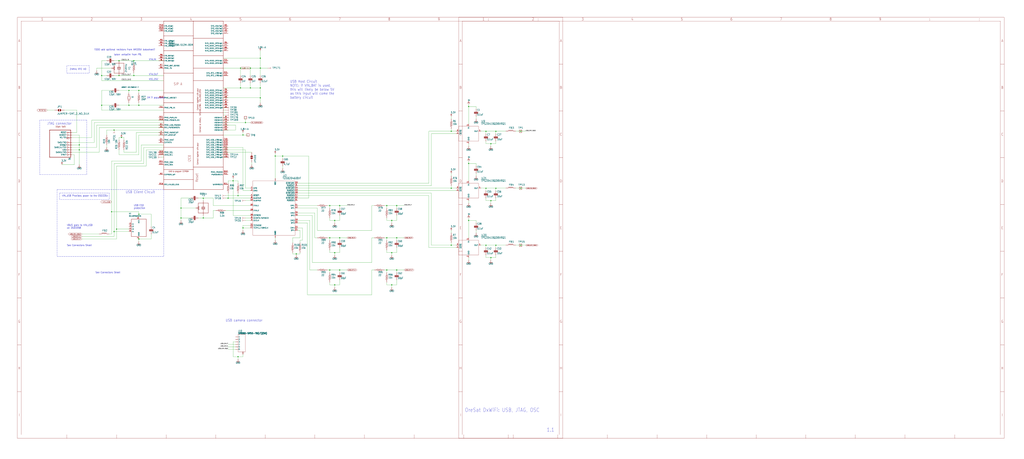
<source format=kicad_sch>
(kicad_sch (version 20210621) (generator eeschema)
  (paper "User" 1049.02 470.51)
  (junction (at 266.7 59.69))
  (junction (at 142.24 219.71))
  (junction (at 132.08 107.95))
  (junction (at 462.28 193.04))
  (junction (at 401.32 259.08))
  (junction (at 248.92 138.43))
  (junction (at 480.06 109.22))
  (junction (at 124.46 140.97))
  (junction (at 116.84 237.49))
  (junction (at 121.92 77.47))
  (junction (at 185.42 223.52))
  (junction (at 480.06 167.64))
  (junction (at 116.84 133.35))
  (junction (at 243.84 200.66))
  (junction (at 81.28 153.67))
  (junction (at 243.84 365.76))
  (junction (at 208.28 223.52))
  (junction (at 137.16 62.23))
  (junction (at 132.08 92.71))
  (junction (at 533.4 134.62))
  (junction (at 248.92 233.68))
  (junction (at 266.7 69.85))
  (junction (at 401.32 292.1))
  (junction (at 508 251.46))
  (junction (at 142.24 245.11))
  (junction (at 497.84 193.04))
  (junction (at 497.84 134.62))
  (junction (at 251.46 125.73))
  (junction (at 281.94 160.02))
  (junction (at 233.68 203.2))
  (junction (at 406.4 243.84))
  (junction (at 289.56 160.02))
  (junction (at 462.28 251.46))
  (junction (at 396.24 210.82))
  (junction (at 142.24 107.95))
  (junction (at 337.82 210.82))
  (junction (at 508 193.04))
  (junction (at 81.28 148.59))
  (junction (at 347.98 210.82))
  (junction (at 497.84 251.46))
  (junction (at 406.4 276.86))
  (junction (at 396.24 243.84))
  (junction (at 238.76 185.42))
  (junction (at 246.38 69.85))
  (junction (at 337.82 243.84))
  (junction (at 246.38 90.17))
  (junction (at 480.06 226.06))
  (junction (at 121.92 62.23))
  (junction (at 342.9 292.1))
  (junction (at 462.28 134.62))
  (junction (at 114.3 217.17))
  (junction (at 401.32 226.06))
  (junction (at 185.42 213.36))
  (junction (at 256.54 90.17))
  (junction (at 266.7 90.17))
  (junction (at 119.38 234.95))
  (junction (at 502.92 205.74))
  (junction (at 266.7 100.33))
  (junction (at 508 134.62))
  (junction (at 104.14 107.95))
  (junction (at 347.98 276.86))
  (junction (at 347.98 243.84))
  (junction (at 406.4 210.82))
  (junction (at 502.92 147.32))
  (junction (at 342.9 259.08))
  (junction (at 208.28 203.2))
  (junction (at 256.54 69.85))
  (junction (at 137.16 77.47))
  (junction (at 142.24 92.71))
  (junction (at 533.4 193.04))
  (junction (at 104.14 77.47))
  (junction (at 396.24 276.86))
  (junction (at 342.9 226.06))
  (junction (at 533.4 251.46))
  (junction (at 303.53 260.35))
  (junction (at 337.82 276.86))
  (junction (at 502.92 264.16))
  (wire (pts (xy 497.84 205.74) (xy 497.84 203.2)))
  (wire (pts (xy 73.66 148.59) (xy 81.28 148.59)))
  (wire (pts (xy 497.84 195.58) (xy 497.84 193.04)))
  (wire (pts (xy 93.98 140.97) (xy 93.98 123.19)))
  (polyline (pts (xy 111.76 197.866) (xy 111.76 204.47)))
  (wire (pts (xy 228.6 115.57) (xy 231.14 115.57)))
  (wire (pts (xy 325.12 236.22) (xy 381 236.22)))
  (wire (pts (xy 114.3 217.17) (xy 114.3 165.1)))
  (wire (pts (xy 231.14 113.03) (xy 228.6 113.03)))
  (wire (pts (xy 441.96 137.16) (xy 441.96 190.5)))
  (wire (pts (xy 132.08 237.49) (xy 116.84 237.49)))
  (wire (pts (xy 396.24 292.1) (xy 401.32 292.1)))
  (wire (pts (xy 266.7 69.85) (xy 266.7 59.69)))
  (wire (pts (xy 101.6 130.81) (xy 167.64 130.81)))
  (wire (pts (xy 96.52 125.73) (xy 167.64 125.73)))
  (wire (pts (xy 480.06 243.84) (xy 480.06 226.06)))
  (wire (pts (xy 502.92 266.7) (xy 502.92 264.16)))
  (wire (pts (xy 101.6 240.03) (xy 83.82 240.03)))
  (wire (pts (xy 337.82 213.36) (xy 337.82 210.82)))
  (wire (pts (xy 256.54 69.85) (xy 246.38 69.85)))
  (wire (pts (xy 347.98 279.4) (xy 347.98 276.86)))
  (wire (pts (xy 406.4 276.86) (xy 396.24 276.86)))
  (wire (pts (xy 109.22 77.47) (xy 104.14 77.47)))
  (wire (pts (xy 337.82 210.82) (xy 335.28 210.82)))
  (wire (pts (xy 116.84 77.47) (xy 121.92 77.47)))
  (wire (pts (xy 307.34 236.22) (xy 307.34 243.84)))
  (wire (pts (xy 289.56 170.18) (xy 289.56 172.72)))
  (wire (pts (xy 383.54 210.82) (xy 381 210.82)))
  (wire (pts (xy 528.32 134.62) (xy 533.4 134.62)))
  (wire (pts (xy 101.6 156.21) (xy 101.6 130.81)))
  (wire (pts (xy 508 134.62) (xy 518.16 134.62)))
  (wire (pts (xy 121.92 77.47) (xy 137.16 77.47)))
  (wire (pts (xy 304.8 233.68) (xy 309.88 233.68)))
  (wire (pts (xy 228.6 59.69) (xy 266.7 59.69)))
  (wire (pts (xy 73.66 158.75) (xy 76.2 158.75)))
  (wire (pts (xy 132.08 95.25) (xy 132.08 92.71)))
  (wire (pts (xy 243.84 185.42) (xy 243.84 187.96)))
  (wire (pts (xy 307.34 260.35) (xy 307.34 259.08)))
  (wire (pts (xy 467.36 251.46) (xy 462.28 251.46)))
  (wire (pts (xy 254 138.43) (xy 248.92 138.43)))
  (wire (pts (xy 104.14 107.95) (xy 104.14 113.03)))
  (wire (pts (xy 142.24 245.11) (xy 154.94 245.11)))
  (wire (pts (xy 257.81 168.91) (xy 257.81 166.37)))
  (wire (pts (xy 337.82 223.52) (xy 337.82 226.06)))
  (wire (pts (xy 381 236.22) (xy 381 210.82)))
  (wire (pts (xy 497.84 193.04) (xy 508 193.04)))
  (wire (pts (xy 406.4 276.86) (xy 414.02 276.86)))
  (wire (pts (xy 73.66 156.21) (xy 101.6 156.21)))
  (wire (pts (xy 462.28 193.04) (xy 462.28 190.5)))
  (wire (pts (xy 238.76 185.42) (xy 238.76 182.88)))
  (wire (pts (xy 119.38 170.18) (xy 119.38 234.95)))
  (wire (pts (xy 314.96 228.6) (xy 314.96 302.26)))
  (wire (pts (xy 304.8 210.82) (xy 325.12 210.82)))
  (wire (pts (xy 396.24 279.4) (xy 396.24 276.86)))
  (wire (pts (xy 381 302.26) (xy 381 276.86)))
  (wire (pts (xy 309.88 233.68) (xy 309.88 246.38)))
  (wire (pts (xy 508 134.62) (xy 508 137.16)))
  (wire (pts (xy 383.54 276.86) (xy 381 276.86)))
  (wire (pts (xy 342.9 259.08) (xy 342.9 261.62)))
  (wire (pts (xy 142.24 138.43) (xy 142.24 158.75)))
  (wire (pts (xy 497.84 264.16) (xy 497.84 261.62)))
  (wire (pts (xy 314.96 302.26) (xy 381 302.26)))
  (wire (pts (xy 132.08 107.95) (xy 121.92 107.95)))
  (wire (pts (xy 462.28 251.46) (xy 441.96 251.46)))
  (wire (pts (xy 185.42 213.36) (xy 185.42 203.2)))
  (wire (pts (xy 406.4 246.38) (xy 406.4 243.84)))
  (wire (pts (xy 243.84 365.76) (xy 248.92 365.76)))
  (wire (pts (xy 119.38 245.11) (xy 119.38 234.95)))
  (wire (pts (xy 256.54 226.06) (xy 251.46 226.06)))
  (wire (pts (xy 231.14 118.11) (xy 228.6 118.11)))
  (wire (pts (xy 241.3 133.35) (xy 228.6 133.35)))
  (wire (pts (xy 304.8 213.36) (xy 325.12 213.36)))
  (wire (pts (xy 256.54 125.73) (xy 251.46 125.73)))
  (wire (pts (xy 116.84 242.57) (xy 116.84 237.49)))
  (wire (pts (xy 121.92 62.23) (xy 116.84 62.23)))
  (wire (pts (xy 480.06 167.64) (xy 480.06 165.1)))
  (wire (pts (xy 304.8 193.04) (xy 462.28 193.04)))
  (polyline (pts (xy 91.44 74.93) (xy 91.44 67.31)))
  (wire (pts (xy 502.92 208.28) (xy 502.92 205.74)))
  (wire (pts (xy 347.98 210.82) (xy 355.6 210.82)))
  (wire (pts (xy 502.92 264.16) (xy 508 264.16)))
  (wire (pts (xy 109.22 133.35) (xy 109.22 138.43)))
  (wire (pts (xy 347.98 213.36) (xy 347.98 210.82)))
  (wire (pts (xy 208.28 220.98) (xy 208.28 223.52)))
  (wire (pts (xy 289.56 160.02) (xy 281.94 160.02)))
  (wire (pts (xy 304.8 220.98) (xy 320.04 220.98)))
  (wire (pts (xy 246.38 77.47) (xy 246.38 69.85)))
  (wire (pts (xy 238.76 350.52) (xy 238.76 365.76)))
  (wire (pts (xy 104.14 113.03) (xy 167.64 113.03)))
  (wire (pts (xy 401.32 292.1) (xy 406.4 292.1)))
  (wire (pts (xy 256.54 233.68) (xy 248.92 233.68)))
  (wire (pts (xy 497.84 147.32) (xy 497.84 144.78)))
  (wire (pts (xy 342.9 226.06) (xy 342.9 228.6)))
  (wire (pts (xy 93.98 123.19) (xy 167.64 123.19)))
  (wire (pts (xy 396.24 246.38) (xy 396.24 243.84)))
  (wire (pts (xy 303.53 260.35) (xy 307.34 260.35)))
  (wire (pts (xy 439.42 134.62) (xy 462.28 134.62)))
  (polyline (pts (xy 167.64 262.89) (xy 167.64 194.31)))
  (wire (pts (xy 121.92 140.97) (xy 124.46 140.97)))
  (wire (pts (xy 401.32 259.08) (xy 401.32 261.62)))
  (wire (pts (xy 316.23 203.2) (xy 316.23 160.02)))
  (wire (pts (xy 480.06 149.86) (xy 480.06 147.32)))
  (wire (pts (xy 347.98 246.38) (xy 347.98 243.84)))
  (wire (pts (xy 406.4 213.36) (xy 406.4 210.82)))
  (wire (pts (xy 228.6 120.65) (xy 231.14 120.65)))
  (wire (pts (xy 462.28 251.46) (xy 462.28 248.92)))
  (wire (pts (xy 132.08 234.95) (xy 119.38 234.95)))
  (wire (pts (xy 208.28 205.74) (xy 208.28 203.2)))
  (wire (pts (xy 322.58 218.44) (xy 322.58 243.84)))
  (wire (pts (xy 502.92 205.74) (xy 497.84 205.74)))
  (wire (pts (xy 401.32 226.06) (xy 406.4 226.06)))
  (wire (pts (xy 508 147.32) (xy 508 144.78)))
  (wire (pts (xy 406.4 210.82) (xy 396.24 210.82)))
  (wire (pts (xy 487.68 109.22) (xy 480.06 109.22)))
  (wire (pts (xy 256.54 220.98) (xy 238.76 220.98)))
  (wire (pts (xy 304.8 218.44) (xy 322.58 218.44)))
  (wire (pts (xy 317.5 226.06) (xy 317.5 276.86)))
  (wire (pts (xy 121.92 143.51) (xy 121.92 140.97)))
  (wire (pts (xy 104.14 77.47) (xy 104.14 62.23)))
  (wire (pts (xy 99.06 69.85) (xy 99.06 72.39)))
  (wire (pts (xy 73.66 140.97) (xy 93.98 140.97)))
  (wire (pts (xy 508 193.04) (xy 518.16 193.04)))
  (wire (pts (xy 167.64 161.29) (xy 165.1 161.29)))
  (polyline (pts (xy 88.9 123.19) (xy 40.64 123.19)))
  (wire (pts (xy 502.92 147.32) (xy 508 147.32)))
  (wire (pts (xy 251.46 153.67) (xy 228.6 153.67)))
  (wire (pts (xy 139.7 135.89) (xy 167.64 135.89)))
  (wire (pts (xy 116.84 133.35) (xy 109.22 133.35)))
  (wire (pts (xy 497.84 137.16) (xy 497.84 134.62)))
  (wire (pts (xy 502.92 205.74) (xy 508 205.74)))
  (wire (pts (xy 243.84 368.3) (xy 243.84 365.76)))
  (wire (pts (xy 304.8 187.96) (xy 439.42 187.96)))
  (wire (pts (xy 304.8 226.06) (xy 317.5 226.06)))
  (wire (pts (xy 256.54 85.09) (xy 256.54 90.17)))
  (wire (pts (xy 144.78 165.1) (xy 144.78 148.59)))
  (polyline (pts (xy 91.44 67.31) (xy 68.58 67.31)))
  (wire (pts (xy 248.92 138.43) (xy 228.6 138.43)))
  (wire (pts (xy 467.36 134.62) (xy 462.28 134.62)))
  (wire (pts (xy 406.4 226.06) (xy 406.4 220.98)))
  (wire (pts (xy 266.7 59.69) (xy 266.7 52.07)))
  (wire (pts (xy 167.64 92.71) (xy 142.24 92.71)))
  (wire (pts (xy 231.14 123.19) (xy 228.6 123.19)))
  (wire (pts (xy 299.72 243.84) (xy 299.72 248.92)))
  (wire (pts (xy 195.58 223.52) (xy 185.42 223.52)))
  (wire (pts (xy 396.24 243.84) (xy 393.7 243.84)))
  (wire (pts (xy 109.22 151.13) (xy 109.22 148.59)))
  (polyline (pts (xy 58.42 262.89) (xy 167.64 262.89)))
  (wire (pts (xy 406.4 292.1) (xy 406.4 287.02)))
  (wire (pts (xy 337.82 292.1) (xy 342.9 292.1)))
  (wire (pts (xy 251.46 223.52) (xy 256.54 223.52)))
  (wire (pts (xy 248.92 135.89) (xy 248.92 138.43)))
  (wire (pts (xy 246.38 69.85) (xy 228.6 69.85)))
  (wire (pts (xy 228.6 110.49) (xy 231.14 110.49)))
  (wire (pts (xy 137.16 64.77) (xy 137.16 62.23)))
  (wire (pts (xy 528.32 193.04) (xy 533.4 193.04)))
  (wire (pts (xy 406.4 243.84) (xy 414.02 243.84)))
  (wire (pts (xy 487.68 236.22) (xy 487.68 238.76)))
  (wire (pts (xy 533.4 193.04) (xy 538.48 193.04)))
  (wire (pts (xy 121.92 158.75) (xy 121.92 153.67)))
  (wire (pts (xy 231.14 203.2) (xy 233.68 203.2)))
  (wire (pts (xy 441.96 198.12) (xy 441.96 251.46)))
  (wire (pts (xy 304.8 203.2) (xy 316.23 203.2)))
  (wire (pts (xy 167.64 138.43) (xy 142.24 138.43)))
  (wire (pts (xy 78.74 113.03) (xy 66.04 113.03)))
  (wire (pts (xy 99.06 151.13) (xy 99.06 128.27)))
  (wire (pts (xy 347.98 226.06) (xy 347.98 220.98)))
  (wire (pts (xy 316.23 160.02) (xy 289.56 160.02)))
  (wire (pts (xy 309.88 246.38) (xy 307.34 246.38)))
  (wire (pts (xy 347.98 210.82) (xy 337.82 210.82)))
  (wire (pts (xy 439.42 187.96) (xy 439.42 134.62)))
  (wire (pts (xy 246.38 85.09) (xy 246.38 90.17)))
  (wire (pts (xy 127 140.97) (xy 124.46 140.97)))
  (wire (pts (xy 480.06 266.7) (xy 480.06 264.16)))
  (wire (pts (xy 81.28 138.43) (xy 81.28 148.59)))
  (wire (pts (xy 307.34 246.38) (xy 307.34 248.92)))
  (wire (pts (xy 251.46 125.73) (xy 228.6 125.73)))
  (wire (pts (xy 396.24 223.52) (xy 396.24 226.06)))
  (wire (pts (xy 200.66 213.36) (xy 185.42 213.36)))
  (wire (pts (xy 396.24 259.08) (xy 401.32 259.08)))
  (wire (pts (xy 508 205.74) (xy 508 203.2)))
  (wire (pts (xy 99.06 128.27) (xy 167.64 128.27)))
  (wire (pts (xy 320.04 269.24) (xy 381 269.24)))
  (wire (pts (xy 396.24 256.54) (xy 396.24 259.08)))
  (wire (pts (xy 480.06 109.22) (xy 480.06 106.68)))
  (wire (pts (xy 154.94 245.11) (xy 154.94 240.03)))
  (wire (pts (xy 228.6 161.29) (xy 231.14 161.29)))
  (wire (pts (xy 467.36 193.04) (xy 462.28 193.04)))
  (wire (pts (xy 497.84 134.62) (xy 508 134.62)))
  (wire (pts (xy 304.8 228.6) (xy 314.96 228.6)))
  (wire (pts (xy 401.32 259.08) (xy 406.4 259.08)))
  (wire (pts (xy 299.72 260.35) (xy 303.53 260.35)))
  (wire (pts (xy 533.4 134.62) (xy 538.48 134.62)))
  (wire (pts (xy 487.68 119.38) (xy 487.68 121.92)))
  (wire (pts (xy 439.42 254) (xy 467.36 254)))
  (wire (pts (xy 347.98 276.86) (xy 355.6 276.86)))
  (wire (pts (xy 149.86 153.67) (xy 167.64 153.67)))
  (wire (pts (xy 480.06 127) (xy 480.06 109.22)))
  (wire (pts (xy 487.68 226.06) (xy 480.06 226.06)))
  (wire (pts (xy 256.54 193.04) (xy 251.46 193.04)))
  (wire (pts (xy 248.92 231.14) (xy 248.92 233.68)))
  (wire (pts (xy 266.7 100.33) (xy 266.7 90.17)))
  (wire (pts (xy 281.94 157.48) (xy 281.94 160.02)))
  (wire (pts (xy 337.82 289.56) (xy 337.82 292.1)))
  (wire (pts (xy 256.54 195.58) (xy 248.92 195.58)))
  (wire (pts (xy 185.42 203.2) (xy 195.58 203.2)))
  (wire (pts (xy 132.08 107.95) (xy 142.24 107.95)))
  (polyline (pts (xy 58.42 194.31) (xy 58.42 262.89)))
  (wire (pts (xy 114.3 107.95) (xy 104.14 107.95)))
  (polyline (pts (xy 40.64 179.07) (xy 88.9 179.07)))
  (wire (pts (xy 248.92 151.13) (xy 228.6 151.13)))
  (wire (pts (xy 281.94 160.02) (xy 281.94 182.88)))
  (wire (pts (xy 401.32 292.1) (xy 401.32 294.64)))
  (wire (pts (xy 337.82 279.4) (xy 337.82 276.86)))
  (wire (pts (xy 243.84 198.12) (xy 243.84 200.66)))
  (wire (pts (xy 167.64 148.59) (xy 144.78 148.59)))
  (wire (pts (xy 218.44 203.2) (xy 218.44 210.82)))
  (wire (pts (xy 142.24 95.25) (xy 142.24 92.71)))
  (polyline (pts (xy 167.64 194.31) (xy 58.42 194.31)))
  (wire (pts (xy 116.84 167.64) (xy 147.32 167.64)))
  (wire (pts (xy 347.98 243.84) (xy 337.82 243.84)))
  (wire (pts (xy 127 153.67) (xy 127 156.21)))
  (wire (pts (xy 241.3 353.06) (xy 233.68 353.06)))
  (wire (pts (xy 274.32 69.85) (xy 266.7 69.85)))
  (wire (pts (xy 104.14 82.55) (xy 104.14 77.47)))
  (wire (pts (xy 256.54 90.17) (xy 266.7 90.17)))
  (wire (pts (xy 185.42 226.06) (xy 185.42 223.52)))
  (wire (pts (xy 241.3 358.14) (xy 233.68 358.14)))
  (wire (pts (xy 439.42 254) (xy 439.42 200.66)))
  (wire (pts (xy 289.56 162.56) (xy 289.56 160.02)))
  (wire (pts (xy 337.82 226.06) (xy 342.9 226.06)))
  (wire (pts (xy 396.24 289.56) (xy 396.24 292.1)))
  (wire (pts (xy 528.32 251.46) (xy 533.4 251.46)))
  (polyline (pts (xy 60.96 204.47) (xy 60.96 197.866)))
  (wire (pts (xy 439.42 200.66) (xy 304.8 200.66)))
  (wire (pts (xy 132.08 92.71) (xy 121.92 92.71)))
  (wire (pts (xy 114.3 165.1) (xy 144.78 165.1)))
  (wire (pts (xy 165.1 158.75) (xy 167.64 158.75)))
  (wire (pts (xy 208.28 203.2) (xy 218.44 203.2)))
  (wire (pts (xy 142.24 92.71) (xy 132.08 92.71)))
  (polyline (pts (xy 68.58 74.93) (xy 91.44 74.93)))
  (wire (pts (xy 233.68 187.96) (xy 233.68 185.42)))
  (wire (pts (xy 342.9 259.08) (xy 347.98 259.08)))
  (wire (pts (xy 251.46 120.65) (xy 251.46 125.73)))
  (wire (pts (xy 303.53 260.35) (xy 303.53 261.62)))
  (wire (pts (xy 347.98 259.08) (xy 347.98 254)))
  (wire (pts (xy 487.68 111.76) (xy 487.68 109.22)))
  (wire (pts (xy 462.28 238.76) (xy 462.28 236.22)))
  (wire (pts (xy 142.24 222.25) (xy 142.24 219.71)))
  (wire (pts (xy 304.8 236.22) (xy 307.34 236.22)))
  (wire (pts (xy 147.32 151.13) (xy 167.64 151.13)))
  (wire (pts (xy 266.7 77.47) (xy 266.7 69.85)))
  (wire (pts (xy 256.54 77.47) (xy 256.54 69.85)))
  (wire (pts (xy 241.3 350.52) (xy 238.76 350.52)))
  (wire (pts (xy 167.64 62.23) (xy 137.16 62.23)))
  (wire (pts (xy 233.68 203.2) (xy 256.54 203.2)))
  (wire (pts (xy 508 193.04) (xy 508 195.58)))
  (wire (pts (xy 241.3 128.27) (xy 241.3 133.35)))
  (wire (pts (xy 218.44 215.9) (xy 220.98 215.9)))
  (wire (pts (xy 137.16 62.23) (xy 121.92 62.23)))
  (wire (pts (xy 492.76 134.62) (xy 497.84 134.62)))
  (wire (pts (xy 167.64 133.35) (xy 116.84 133.35)))
  (wire (pts (xy 147.32 167.64) (xy 147.32 151.13)))
  (wire (pts (xy 78.74 135.89) (xy 78.74 113.03)))
  (wire (pts (xy 480.06 208.28) (xy 480.06 205.74)))
  (wire (pts (xy 142.24 158.75) (xy 121.92 158.75)))
  (wire (pts (xy 492.76 251.46) (xy 497.84 251.46)))
  (wire (pts (xy 497.84 254) (xy 497.84 251.46)))
  (wire (pts (xy 228.6 100.33) (xy 266.7 100.33)))
  (wire (pts (xy 317.5 276.86) (xy 325.12 276.86)))
  (wire (pts (xy 299.72 259.08) (xy 299.72 260.35)))
  (wire (pts (xy 55.88 113.03) (xy 48.26 113.03)))
  (wire (pts (xy 337.82 276.86) (xy 335.28 276.86)))
  (wire (pts (xy 502.92 149.86) (xy 502.92 147.32)))
  (wire (pts (xy 83.82 242.57) (xy 116.84 242.57)))
  (wire (pts (xy 497.84 251.46) (xy 508 251.46)))
  (wire (pts (xy 406.4 279.4) (xy 406.4 276.86)))
  (wire (pts (xy 257.81 156.21) (xy 228.6 156.21)))
  (wire (pts (xy 256.54 231.14) (xy 248.92 231.14)))
  (wire (pts (xy 337.82 243.84) (xy 335.28 243.84)))
  (wire (pts (xy 406.4 210.82) (xy 414.02 210.82)))
  (wire (pts (xy 165.1 156.21) (xy 167.64 156.21)))
  (wire (pts (xy 127 143.51) (xy 127 140.97)))
  (wire (pts (xy 238.76 365.76) (xy 243.84 365.76)))
  (wire (pts (xy 508 251.46) (xy 508 254)))
  (wire (pts (xy 396.24 210.82) (xy 393.7 210.82)))
  (wire (pts (xy 467.36 195.58) (xy 304.8 195.58)))
  (wire (pts (xy 149.86 153.67) (xy 149.86 170.18)))
  (wire (pts (xy 462.28 121.92) (xy 462.28 119.38)))
  (wire (pts (xy 218.44 210.82) (xy 256.54 210.82)))
  (wire (pts (xy 137.16 77.47) (xy 167.64 77.47)))
  (wire (pts (xy 487.68 177.8) (xy 487.68 180.34)))
  (wire (pts (xy 203.2 223.52) (xy 208.28 223.52)))
  (wire (pts (xy 114.3 69.85) (xy 99.06 69.85)))
  (wire (pts (xy 304.8 198.12) (xy 441.96 198.12)))
  (wire (pts (xy 396.24 276.86) (xy 393.7 276.86)))
  (wire (pts (xy 116.84 237.49) (xy 116.84 167.64)))
  (wire (pts (xy 104.14 92.71) (xy 104.14 107.95)))
  (polyline (pts (xy 88.9 179.07) (xy 88.9 123.19)))
  (wire (pts (xy 76.2 158.75) (xy 76.2 168.91)))
  (wire (pts (xy 142.24 105.41) (xy 142.24 107.95)))
  (wire (pts (xy 266.7 90.17) (xy 266.7 85.09)))
  (wire (pts (xy 203.2 203.2) (xy 208.28 203.2)))
  (wire (pts (xy 243.84 200.66) (xy 231.14 200.66)))
  (wire (pts (xy 441.96 190.5) (xy 304.8 190.5)))
  (wire (pts (xy 487.68 228.6) (xy 487.68 226.06)))
  (wire (pts (xy 320.04 220.98) (xy 320.04 269.24)))
  (wire (pts (xy 238.76 185.42) (xy 243.84 185.42)))
  (wire (pts (xy 307.34 243.84) (xy 299.72 243.84)))
  (wire (pts (xy 137.16 77.47) (xy 137.16 74.93)))
  (wire (pts (xy 502.92 147.32) (xy 497.84 147.32)))
  (wire (pts (xy 228.6 158.75) (xy 231.14 158.75)))
  (wire (pts (xy 347.98 276.86) (xy 337.82 276.86)))
  (wire (pts (xy 325.12 213.36) (xy 325.12 236.22)))
  (wire (pts (xy 342.9 292.1) (xy 342.9 294.64)))
  (wire (pts (xy 81.28 148.59) (xy 81.28 153.67)))
  (wire (pts (xy 508 264.16) (xy 508 261.62)))
  (wire (pts (xy 231.14 215.9) (xy 256.54 215.9)))
  (wire (pts (xy 337.82 256.54) (xy 337.82 259.08)))
  (wire (pts (xy 96.52 146.05) (xy 96.52 125.73)))
  (wire (pts (xy 518.16 251.46) (xy 508 251.46)))
  (wire (pts (xy 383.54 243.84) (xy 381 243.84)))
  (wire (pts (xy 256.54 200.66) (xy 243.84 200.66)))
  (wire (pts (xy 109.22 62.23) (xy 104.14 62.23)))
  (wire (pts (xy 342.9 226.06) (xy 347.98 226.06)))
  (wire (pts (xy 325.12 243.84) (xy 322.58 243.84)))
  (wire (pts (xy 218.44 223.52) (xy 218.44 215.9)))
  (wire (pts (xy 111.76 240.03) (xy 114.3 240.03)))
  (wire (pts (xy 142.24 219.71) (xy 142.24 217.17)))
  (wire (pts (xy 487.68 170.18) (xy 487.68 167.64)))
  (wire (pts (xy 114.3 92.71) (xy 104.14 92.71)))
  (wire (pts (xy 73.66 138.43) (xy 81.28 138.43)))
  (wire (pts (xy 81.28 153.67) (xy 81.28 168.91)))
  (wire (pts (xy 381 269.24) (xy 381 243.84)))
  (wire (pts (xy 127 156.21) (xy 139.7 156.21)))
  (wire (pts (xy 167.64 107.95) (xy 142.24 107.95)))
  (polyline (pts (xy 68.58 67.31) (xy 68.58 74.93)))
  (wire (pts (xy 266.7 69.85) (xy 256.54 69.85)))
  (wire (pts (xy 132.08 107.95) (xy 132.08 105.41)))
  (wire (pts (xy 487.68 167.64) (xy 480.06 167.64)))
  (wire (pts (xy 114.3 217.17) (xy 114.3 240.03)))
  (wire (pts (xy 462.28 180.34) (xy 462.28 177.8)))
  (wire (pts (xy 281.94 246.38) (xy 281.94 243.84)))
  (wire (pts (xy 154.94 219.71) (xy 154.94 232.41)))
  (polyline (pts (xy 111.76 204.47) (xy 60.96 204.47)))
  (wire (pts (xy 228.6 90.17) (xy 246.38 90.17)))
  (wire (pts (xy 337.82 259.08) (xy 342.9 259.08)))
  (wire (pts (xy 492.76 193.04) (xy 497.84 193.04)))
  (wire (pts (xy 502.92 264.16) (xy 497.84 264.16)))
  (wire (pts (xy 396.24 213.36) (xy 396.24 210.82)))
  (wire (pts (xy 73.66 153.67) (xy 81.28 153.67)))
  (wire (pts (xy 396.24 226.06) (xy 401.32 226.06)))
  (wire (pts (xy 347.98 292.1) (xy 347.98 287.02)))
  (wire (pts (xy 139.7 156.21) (xy 139.7 135.89)))
  (wire (pts (xy 480.06 185.42) (xy 480.06 167.64)))
  (wire (pts (xy 73.66 151.13) (xy 99.06 151.13)))
  (wire (pts (xy 406.4 243.84) (xy 396.24 243.84)))
  (wire (pts (xy 228.6 128.27) (xy 241.3 128.27)))
  (wire (pts (xy 167.64 82.55) (xy 104.14 82.55)))
  (wire (pts (xy 347.98 243.84) (xy 355.6 243.84)))
  (wire (pts (xy 248.92 195.58) (xy 248.92 151.13)))
  (wire (pts (xy 248.92 365.76) (xy 248.92 363.22)))
  (wire (pts (xy 246.38 90.17) (xy 256.54 90.17)))
  (wire (pts (xy 83.82 245.11) (xy 119.38 245.11)))
  (wire (pts (xy 401.32 226.06) (xy 401.32 228.6)))
  (wire (pts (xy 248.92 233.68) (xy 248.92 236.22)))
  (wire (pts (xy 149.86 170.18) (xy 119.38 170.18)))
  (wire (pts (xy 73.66 135.89) (xy 78.74 135.89)))
  (wire (pts (xy 76.2 168.91) (xy 63.5 168.91)))
  (wire (pts (xy 251.46 193.04) (xy 251.46 153.67)))
  (wire (pts (xy 142.24 217.17) (xy 114.3 217.17)))
  (polyline (pts (xy 60.96 197.866) (xy 111.76 197.866)))
  (wire (pts (xy 462.28 134.62) (xy 462.28 132.08)))
  (wire (pts (xy 241.3 355.6) (xy 233.68 355.6)))
  (wire (pts (xy 233.68 203.2) (xy 233.68 198.12)))
  (wire (pts (xy 337.82 246.38) (xy 337.82 243.84)))
  (wire (pts (xy 266.7 105.41) (xy 266.7 100.33)))
  (polyline (pts (xy 40.64 123.19) (xy 40.64 179.07)))
  (wire (pts (xy 185.42 223.52) (xy 185.42 213.36)))
  (wire (pts (xy 251.46 205.74) (xy 256.54 205.74)))
  (wire (pts (xy 480.06 226.06) (xy 480.06 223.52)))
  (wire (pts (xy 208.28 223.52) (xy 218.44 223.52)))
  (wire (pts (xy 238.76 220.98) (xy 238.76 185.42)))
  (wire (pts (xy 233.68 185.42) (xy 238.76 185.42)))
  (wire (pts (xy 142.24 247.65) (xy 142.24 245.11)))
  (wire (pts (xy 96.52 146.05) (xy 73.66 146.05)))
  (wire (pts (xy 533.4 251.46) (xy 538.48 251.46)))
  (wire (pts (xy 467.36 137.16) (xy 441.96 137.16)))
  (wire (pts (xy 142.24 219.71) (xy 154.94 219.71)))
  (wire (pts (xy 342.9 292.1) (xy 347.98 292.1)))
  (wire (pts (xy 406.4 259.08) (xy 406.4 254)))
  (text "See Connectors Sheet" (at 97.79 280.67 180) (effects (font (size 1.778 1.5113)) (justify left bottom)))
  (text "USB ESD\nprotection" (at 137.16 214.63 180) (effects (font (size 1.778 1.5113)) (justify left bottom)))
  (text "USB Host Circuit\nNOTE: if VIN_BAT is used,\nthis will likely be below 5V\nas this input will come the\nbattery circuit" (at 297.18 101.6 0) (effects (font (size 2.54 2.159)) (justify left bottom)))
  (text "See Connectors Sheet" (at 68.58 252.73 180) (effects (font (size 1.778 1.5113)) (justify left bottom)))
  (text "TODO add optional resistors from AM335X datasheet?" (at 96.52 52.07 0) (effects (font (size 1.778 1.5113)) (justify left bottom)))
  (text "24MHz RTC XO" (at 71.374 72.136 180) (effects (font (size 1.778 1.5113)) (justify left bottom)))
  (text "taken verbatim from PB," (at 116.84 57.15 180) (effects (font (size 1.778 1.5113)) (justify left bottom)))
  (text "XTALOUT" (at 152.4 77.47 180) (effects (font (size 1.778 1.5113)) (justify left bottom)))
  (text "1M if populated" (at 150.368 101.346 180) (effects (font (size 1.778 1.5113)) (justify left bottom)))
  (text "JTAG connector" (at 48.26 128.27 180) (effects (font (size 2.54 2.159)) (justify left bottom)))
  (text "XTALIN" (at 152.4 62.23 180) (effects (font (size 1.778 1.5113)) (justify left bottom)))
  (text "VSS_OSC" (at 152.4 82.55 180) (effects (font (size 1.778 1.5113)) (justify left bottom)))
  (text "USB camera connector" (at 231.14 330.2 180) (effects (font (size 2.54 2.159)) (justify left bottom)))
  (text "VIN_USB Provides power to the OSD335x" (at 63.5 201.93 180) (effects (font (size 1.778 1.5113)) (justify left bottom)))
  (text "1.1" (at 560.07 443.23 180) (effects (font (size 3.81 3.2385)) (justify left bottom)))
  (text "VBUS goes to VIN_USB\non OSD3358" (at 68.58 234.95 180) (effects (font (size 1.778 1.5113)) (justify left bottom)))
  (text "USB Client Circuit" (at 128.778 198.628 180) (effects (font (size 2.54 2.159)) (justify left bottom)))
  (text "OreSat DxWiFi: USB, JTAG, OSC" (at 476.25 422.91 180) (effects (font (size 3.81 3.2385)) (justify left bottom)))
  (label "USB_CAM_VBUS" (at 538.48 134.62 0) (effects (font (size 0.889 0.889))))
  (label "USB_CAM_N" (at 355.6 210.82 0) (effects (font (size 0.889 0.889))))
  (label "USB_CAM_P" (at 414.02 210.82 0) (effects (font (size 0.889 0.889))))
  (label "USB_CAM_P" (at 233.68 353.06 180) (effects (font (size 0.889 0.889))))
  (label "OSC0_IN" (at 124.46 62.23 0) (effects (font (size 1.2446 1.2446))))
  (label "OSC0_GND" (at 124.46 82.55 0) (effects (font (size 1.2446 1.2446))))
  (label "USB_CAM_VBUS" (at 233.68 358.14 180) (effects (font (size 0.889 0.889))))
  (label "USB_CAM_N" (at 233.68 355.6 180) (effects (font (size 0.889 0.889))))
  (label "OSC0_OUT" (at 124.46 77.47 0) (effects (font (size 1.2446 1.2446))))
  (global_label "USB_HO_N" (shape bidirectional) (at 355.6 243.84 0) (effects (font (size 0.889 0.889))) (property "Intersheet References" "${INTERSHEET_REFS}" (effects hide)))
  (global_label "USB_WIFI_VBUS" (shape bidirectional) (at 538.48 251.46 0) (effects (font (size 0.889 0.889))) (property "Intersheet References" "${INTERSHEET_REFS}" (effects hide)))
  (global_label "USB_WIFI_N" (shape bidirectional) (at 355.6 276.86 0) (effects (font (size 0.889 0.889))) (property "Intersheet References" "${INTERSHEET_REFS}" (effects hide)))
  (global_label "RESET#" (shape bidirectional) (at 48.26 113.03 180) (effects (font (size 1.2446 1.2446))) (property "Intersheet References" "${INTERSHEET_REFS}" (effects hide)))
  (global_label "USB_DEV_P" (shape bidirectional) (at 83.82 245.11 180) (effects (font (size 0.9957 0.9957))) (property "Intersheet References" "${INTERSHEET_REFS}" (effects hide)))
  (global_label "USB_HO_VBUS" (shape bidirectional) (at 538.48 193.04 0) (effects (font (size 0.889 0.889))) (property "Intersheet References" "${INTERSHEET_REFS}" (effects hide)))
  (global_label "PA_THERMISTOR" (shape bidirectional) (at 256.54 125.73 0) (effects (font (size 0.889 0.889))) (property "Intersheet References" "${INTERSHEET_REFS}" (effects hide)))
  (global_label "VIN_USB" (shape bidirectional) (at 114.3 207.01 180) (effects (font (size 1.2446 1.2446))) (property "Intersheet References" "${INTERSHEET_REFS}" (effects hide)))
  (global_label "1.8V-A" (shape bidirectional) (at 246.38 69.85 0) (effects (font (size 1.2446 1.2446))) (property "Intersheet References" "${INTERSHEET_REFS}" (effects hide)))
  (global_label "USB_WIFI_P" (shape bidirectional) (at 414.02 276.86 0) (effects (font (size 0.889 0.889))) (property "Intersheet References" "${INTERSHEET_REFS}" (effects hide)))
  (global_label "USB_HO_P" (shape bidirectional) (at 414.02 243.84 0) (effects (font (size 0.889 0.889))) (property "Intersheet References" "${INTERSHEET_REFS}" (effects hide)))
  (global_label "USB_DEV_N" (shape bidirectional) (at 83.82 242.57 180) (effects (font (size 0.9957 0.9957))) (property "Intersheet References" "${INTERSHEET_REFS}" (effects hide)))
  (global_label "USB_DEV_VBUS" (shape bidirectional) (at 83.82 240.03 180) (effects (font (size 0.9957 0.9957))) (property "Intersheet References" "${INTERSHEET_REFS}" (effects hide)))
  (symbol (lib_id "oresat-live-card-eagle-import:C-EU0603-A") (at 347.98 248.92 0)
    (property "Reference" "C59" (at 348.996 248.285 0) (effects (font (size 1.778 1.5113)) (justify left bottom)))
    (property "Value" "50pF" (at 348.996 253.111 0) (effects (font (size 1.778 1.5113)) (justify left bottom)))
    (property "Footprint" ".0603-A" (effects hide))
  )
  (symbol (lib_id "oresat-live-card-eagle-import:C-EU0603-A") (at 497.84 139.7 0)
    (property "Reference" "C7" (at 498.856 139.065 0) (effects (font (size 1.778 1.5113)) (justify left bottom)))
    (property "Value" "0.1uF" (at 498.856 143.891 0) (effects (font (size 1.778 1.5113)) (justify left bottom)))
    (property "Footprint" ".0603-A" (effects hide))
  )
  (symbol (lib_id "oresat-live-card-eagle-import:GND") (at 487.68 241.3 0)
    (property "Reference" "#GND77" (effects hide))
    (property "Value" "GND" (at 487.68 241.554 0) (effects (font (size 1.778 1.5113)) (justify top)))
  )
  (symbol (lib_id "oresat-live-card-eagle-import:R-US_0603-A") (at 462.28 127 90)
    (property "Reference" "R6" (at 463.804 125.222 90) (effects (font (size 1.778 1.5113)) (justify right top)))
    (property "Value" "10k" (at 463.804 126.238 90) (effects (font (size 1.778 1.5113)) (justify right bottom)))
    (property "Footprint" ".0603-A" (effects hide))
  )
  (symbol (lib_id "oresat-live-card-eagle-import:GND") (at 487.68 182.88 0)
    (property "Reference" "#GND80" (effects hide))
    (property "Value" "GND" (at 487.68 183.134 0) (effects (font (size 1.778 1.5113)) (justify top)))
  )
  (symbol (lib_id "oresat-live-card-eagle-import:GND") (at 99.06 74.93 0)
    (property "Reference" "#GND56" (effects hide))
    (property "Value" "GND" (at 99.06 75.184 0) (effects (font (size 1.778 1.5113)) (justify top)))
  )
  (symbol (lib_id "oresat-live-card-eagle-import:R-US_0603-A") (at 388.62 210.82 180)
    (property "Reference" "R79" (at 387.604 214.122 0) (effects (font (size 1.778 1.5113)) (justify right top)))
    (property "Value" "22" (at 387.604 215.138 0) (effects (font (size 1.778 1.5113)) (justify right bottom)))
    (property "Footprint" ".0603-A" (effects hide))
  )
  (symbol (lib_id "oresat-live-card-eagle-import:R-US_0603-A") (at 127 148.59 90)
    (property "Reference" "R22" (at 130.8354 153.416 0) (effects (font (size 1.778 1.5113)) (justify left bottom)))
    (property "Value" "10k" (at 130.81 148.082 0) (effects (font (size 1.778 1.5113)) (justify left bottom)))
    (property "Footprint" ".0603-A" (effects hide))
  )
  (symbol (lib_id "oresat-live-card-eagle-import:C-EU0603-A") (at 406.4 215.9 0)
    (property "Reference" "C58" (at 407.416 215.265 0) (effects (font (size 1.778 1.5113)) (justify left bottom)))
    (property "Value" "50pF" (at 407.416 220.091 0) (effects (font (size 1.778 1.5113)) (justify left bottom)))
    (property "Footprint" ".0603-A" (effects hide))
  )
  (symbol (lib_id "oresat-live-card-eagle-import:TEST-POINT3X4") (at 231.14 161.29 0)
    (property "Reference" "TP12" (at 235.712 162.052 0) (effects (font (size 1.778 1.778)) (justify left bottom)))
    (property "Value" "TEST-POINT3X4" (effects hide))
    (property "Footprint" "PAD.03X.04" (effects hide))
  )
  (symbol (lib_id "oresat-live-card-eagle-import:R-US_0603-A") (at 462.28 185.42 90)
    (property "Reference" "R76" (at 463.804 183.642 90) (effects (font (size 1.778 1.5113)) (justify right top)))
    (property "Value" "10k" (at 463.804 184.658 90) (effects (font (size 1.778 1.5113)) (justify right bottom)))
    (property "Footprint" ".0603-A" (effects hide))
  )
  (symbol (lib_id "oresat-live-card-eagle-import:GND") (at 257.81 171.45 0) (mirror y)
    (property "Reference" "#GND35" (effects hide))
    (property "Value" "GND" (at 257.81 171.704 0) (effects (font (size 1.778 1.5113)) (justify top)))
  )
  (symbol (lib_id "oresat-live-card-eagle-import:TEST-POINT3X4") (at 116.84 133.35 270)
    (property "Reference" "TP31" (at 116.078 137.922 0) (effects (font (size 1.778 1.778)) (justify left bottom)))
    (property "Value" "TEST-POINT3X4" (effects hide))
    (property "Footprint" "PAD.03X.04" (effects hide))
  )
  (symbol (lib_id "oresat-live-card-eagle-import:TEST-POINT3X4") (at 231.14 115.57 0)
    (property "Reference" "TP181" (at 235.712 116.332 0) (effects (font (size 1.778 1.778)) (justify left bottom)))
    (property "Value" "TEST-POINT3X4" (effects hide))
    (property "Footprint" "PAD.03X.04" (effects hide))
  )
  (symbol (lib_id "oresat-live-card-eagle-import:GND") (at 480.06 269.24 0)
    (property "Reference" "#GND78" (effects hide))
    (property "Value" "GND" (at 480.06 269.494 0) (effects (font (size 1.778 1.5113)) (justify top)))
  )
  (symbol (lib_id "oresat-live-card-eagle-import:C-EU0805-B") (at 246.38 80.01 0)
    (property "Reference" "C24" (at 247.396 79.375 0) (effects (font (size 1.778 1.5113)) (justify left bottom)))
    (property "Value" "1nF" (at 247.396 84.201 0) (effects (font (size 1.778 1.5113)) (justify left bottom)))
    (property "Footprint" ".0805-B" (effects hide))
  )
  (symbol (lib_id "oresat-live-card-eagle-import:C-EU0603-A") (at 497.84 198.12 0)
    (property "Reference" "C55" (at 498.856 197.485 0) (effects (font (size 1.778 1.5113)) (justify left bottom)))
    (property "Value" "0.1uF" (at 498.856 202.311 0) (effects (font (size 1.778 1.5113)) (justify left bottom)))
    (property "Footprint" ".0603-A" (effects hide))
  )
  (symbol (lib_id "oresat-live-card-eagle-import:3.3V") (at 63.5 166.37 0)
    (property "Reference" "#3V-24" (effects hide))
    (property "Value" "3.3V" (at 62.865 165.735 0) (effects (font (size 1.778 1.5113)) (justify left bottom)))
  )
  (symbol (lib_id "oresat-live-card-eagle-import:GND") (at 401.32 264.16 0)
    (property "Reference" "#GND86" (effects hide))
    (property "Value" "GND" (at 401.32 264.414 0) (effects (font (size 1.778 1.5113)) (justify top)))
  )
  (symbol (lib_id "oresat-live-card-eagle-import:C-EU0603-A") (at 347.98 215.9 0)
    (property "Reference" "C57" (at 348.996 215.265 0) (effects (font (size 1.778 1.5113)) (justify left bottom)))
    (property "Value" "50pF" (at 348.996 220.091 0) (effects (font (size 1.778 1.5113)) (justify left bottom)))
    (property "Footprint" ".0603-A" (effects hide))
  )
  (symbol (lib_id "oresat-live-card-eagle-import:3.3V") (at 238.76 180.34 0)
    (property "Reference" "#3V-16" (effects hide))
    (property "Value" "3.3V" (at 238.125 179.705 0) (effects (font (size 1.778 1.5113)) (justify left bottom)))
  )
  (symbol (lib_id "oresat-live-card-eagle-import:C-EU0603-A") (at 200.66 203.2 270)
    (property "Reference" "C63" (at 193.04 205.74 90) (effects (font (size 1.778 1.5113)) (justify left bottom)))
    (property "Value" "20pF" (at 193.04 208.28 90) (effects (font (size 1.778 1.5113)) (justify left bottom)))
    (property "Footprint" ".0603-A" (effects hide))
  )
  (symbol (lib_id "oresat-live-card-eagle-import:C-EU0603-A") (at 154.94 234.95 0)
    (property "Reference" "C4" (at 155.956 234.315 0) (effects (font (size 1.778 1.5113)) (justify left bottom)))
    (property "Value" "0.1uF" (at 155.956 239.141 0) (effects (font (size 1.778 1.5113)) (justify left bottom)))
    (property "Footprint" ".0603-A" (effects hide))
  )
  (symbol (lib_id "oresat-live-card-eagle-import:FERRITE_BEAD-0603") (at 523.24 134.62 90)
    (property "Reference" "FB3" (at 521.335 132.08 90) (effects (font (size 1.778 1.778)) (justify right top)))
    (property "Value" "30Ω/1.8A" (effects hide))
    (property "Footprint" "0603" (effects hide))
    (property "Value" "490-14027-1-ND" (effects hide))
    (property "Value" "BLM18KG300JH1D" (effects hide))
  )
  (symbol (lib_id "oresat-live-card-eagle-import:TEST-POINT3X4") (at 165.1 161.29 180)
    (property "Reference" "TP139" (at 160.528 160.528 0) (effects (font (size 1.778 1.778)) (justify left bottom)))
    (property "Value" "TEST-POINT3X4" (effects hide))
    (property "Footprint" "PAD.03X.04" (effects hide))
  )
  (symbol (lib_id "oresat-live-card-eagle-import:GND") (at 342.9 231.14 0)
    (property "Reference" "#GND83" (effects hide))
    (property "Value" "GND" (at 342.9 231.394 0) (effects (font (size 1.778 1.5113)) (justify top)))
  )
  (symbol (lib_id "oresat-live-card-eagle-import:GND") (at 81.28 171.45 0)
    (property "Reference" "#GND57" (effects hide))
    (property "Value" "GND" (at 81.28 171.704 0) (effects (font (size 1.778 1.5113)) (justify top)))
  )
  (symbol (lib_id "oresat-live-card-eagle-import:C-EU0603-A") (at 111.76 62.23 90)
    (property "Reference" "C19" (at 109.474 59.436 90) (effects (font (size 1.778 1.5113)) (justify right top)))
    (property "Value" "12pF, 50V" (at 106.934 66.802 90) (effects (font (size 1.778 1.5113)) (justify right top)))
    (property "Footprint" ".0603-A" (effects hide))
  )
  (symbol (lib_id "oresat-live-card-eagle-import:TEST-POINT") (at 254 138.43 90)
    (property "Reference" "TP8" (at 256.54 139.7 90) (effects (font (size 1.778 1.778)) (justify right top)))
    (property "Value" "TEST-POINT" (effects hide))
    (property "Footprint" "2MM-TEST-POINT" (effects hide))
  )
  (symbol (lib_id "oresat-live-card-eagle-import:R-US_0603-A") (at 462.28 243.84 90)
    (property "Reference" "R7" (at 463.804 242.062 90) (effects (font (size 1.778 1.5113)) (justify right top)))
    (property "Value" "10k" (at 463.804 243.078 90) (effects (font (size 1.778 1.5113)) (justify right bottom)))
    (property "Footprint" ".0603-A" (effects hide))
  )
  (symbol (lib_id "oresat-live-card-eagle-import:FERRITE_BEAD-0603") (at 106.68 240.03 90)
    (property "Reference" "FB2" (at 104.775 237.49 90) (effects (font (size 1.778 1.778)) (justify right top)))
    (property "Value" "30Ω/1.8A" (effects hide))
    (property "Footprint" "0603" (effects hide))
    (property "Value" "490-14027-1-ND" (effects hide))
    (property "Value" "BLM18KG300JH1D" (effects hide))
  )
  (symbol (lib_id "oresat-live-card-eagle-import:R-US_0603-A") (at 396.24 284.48 90)
    (property "Reference" "R96" (at 397.764 282.702 90) (effects (font (size 1.778 1.5113)) (justify right top)))
    (property "Value" "15k" (at 397.764 283.718 90) (effects (font (size 1.778 1.5113)) (justify right bottom)))
    (property "Footprint" ".0603-A" (effects hide))
  )
  (symbol (lib_id "oresat-live-card-eagle-import:GND") (at 342.9 264.16 0)
    (property "Reference" "#GND85" (effects hide))
    (property "Value" "GND" (at 342.9 264.414 0) (effects (font (size 1.778 1.5113)) (justify top)))
  )
  (symbol (lib_id "oresat-live-card-eagle-import:TEST-POINT3X4") (at 251.46 226.06 180)
    (property "Reference" "TP20" (at 246.888 225.298 0) (effects (font (size 1.778 1.778)) (justify left bottom)))
    (property "Value" "TEST-POINT3X4" (effects hide))
    (property "Footprint" "PAD.03X.04" (effects hide))
  )
  (symbol (lib_id "oresat-live-card-eagle-import:C-EU0603-A") (at 289.56 165.1 0)
    (property "Reference" "C65" (at 290.576 164.465 0) (effects (font (size 1.778 1.5113)) (justify left bottom)))
    (property "Value" "4.7uF" (at 290.576 169.291 0) (effects (font (size 1.778 1.5113)) (justify left bottom)))
    (property "Footprint" ".0603-A" (effects hide))
  )
  (symbol (lib_id "oresat-live-card-eagle-import:GND") (at 243.84 370.84 0)
    (property "Reference" "#GND91" (effects hide))
    (property "Value" "GND" (at 243.84 371.094 0) (effects (font (size 1.778 1.5113)) (justify top)))
  )
  (symbol (lib_id "oresat-live-card-eagle-import:SM06B-SRSS-TB(LF)(SN)") (at 248.92 350.52 0)
    (property "Reference" "J10" (at 243.84 340.36 0) (effects (font (size 1.778 1.5113)) (justify left bottom)))
    (property "Value" "SM06B-SRSS-TB(LF)(SN)" (at 243.84 342.9 0) (effects (font (size 1.778 1.5113) bold) (justify left bottom)))
    (property "Footprint" "CONN_SM06B-SRSS-TB_JST" (effects hide))
  )
  (symbol (lib_id "oresat-live-card-eagle-import:3.3V") (at 462.28 175.26 0)
    (property "Reference" "#3V-14" (effects hide))
    (property "Value" "3.3V" (at 461.645 174.625 0) (effects (font (size 1.778 1.5113)) (justify left bottom)))
  )
  (symbol (lib_id "oresat-live-card-eagle-import:GND") (at 480.06 210.82 0)
    (property "Reference" "#GND81" (effects hide))
    (property "Value" "GND" (at 480.06 211.074 0) (effects (font (size 1.778 1.5113)) (justify top)))
  )
  (symbol (lib_id "oresat-live-card-eagle-import:3.3V") (at 281.94 154.94 0)
    (property "Reference" "#3V-7" (effects hide))
    (property "Value" "3.3V" (at 281.305 154.305 0) (effects (font (size 1.778 1.5113)) (justify left bottom)))
  )
  (symbol (lib_id "oresat-live-card-eagle-import:C-EU0603-A") (at 406.4 281.94 0)
    (property "Reference" "C62" (at 407.416 281.305 0) (effects (font (size 1.778 1.5113)) (justify left bottom)))
    (property "Value" "50pF" (at 407.416 286.131 0) (effects (font (size 1.778 1.5113)) (justify left bottom)))
    (property "Footprint" ".0603-A" (effects hide))
  )
  (symbol (lib_id "oresat-live-card-eagle-import:GND") (at 342.9 297.18 0)
    (property "Reference" "#GND87" (effects hide))
    (property "Value" "GND" (at 342.9 297.434 0) (effects (font (size 1.778 1.5113)) (justify top)))
  )
  (symbol (lib_id "oresat-live-card-eagle-import:R-US_0603-A") (at 307.34 254 90)
    (property "Reference" "R101" (at 308.864 252.222 90) (effects (font (size 1.778 1.5113)) (justify right top)))
    (property "Value" "15k" (at 308.864 253.238 90) (effects (font (size 1.778 1.5113)) (justify right bottom)))
    (property "Footprint" ".0603-A" (effects hide))
  )
  (symbol (lib_id "oresat-live-card-eagle-import:GND") (at 480.06 152.4 0)
    (property "Reference" "#GND67" (effects hide))
    (property "Value" "GND" (at 480.06 152.654 0) (effects (font (size 1.778 1.5113)) (justify top)))
  )
  (symbol (lib_id "oresat-live-card-eagle-import:TEST-POINT3X4") (at 251.46 205.74 180)
    (property "Reference" "TP16" (at 246.888 204.978 0) (effects (font (size 1.778 1.778)) (justify left bottom)))
    (property "Value" "TEST-POINT3X4" (effects hide))
    (property "Footprint" "PAD.03X.04" (effects hide))
  )
  (symbol (lib_id "oresat-live-card-eagle-import:5V") (at 480.06 162.56 0)
    (property "Reference" "#3V-13" (effects hide))
    (property "Value" "5V" (at 479.425 161.925 0) (effects (font (size 1.27 1.0795)) (justify left bottom)))
  )
  (symbol (lib_id "oresat-live-card-eagle-import:TEST-POINT3X4") (at 231.14 120.65 0)
    (property "Reference" "TP176" (at 235.712 121.412 0) (effects (font (size 1.778 1.778)) (justify left bottom)))
    (property "Value" "TEST-POINT3X4" (effects hide))
    (property "Footprint" "PAD.03X.04" (effects hide))
  )
  (symbol (lib_id "oresat-live-card-eagle-import:TEST-POINT3X4") (at 231.14 118.11 0)
    (property "Reference" "TP175" (at 235.712 118.872 0) (effects (font (size 1.778 1.778)) (justify left bottom)))
    (property "Value" "TEST-POINT3X4" (effects hide))
    (property "Footprint" "PAD.03X.04" (effects hide))
  )
  (symbol (lib_id "oresat-live-card-eagle-import:TUSB2046IBVF") (at 281.94 213.36 0)
    (property "Reference" "U2" (at 289.9156 181.3814 0) (effects (font (size 2.0828 1.7703)) (justify left bottom)))
    (property "Value" "TUSB2046IBVF" (at 289.2806 183.9214 0) (effects (font (size 2.0828 1.7703)) (justify left bottom)))
    (property "Footprint" "QFP80P900X900X160-32N" (effects hide))
  )
  (symbol (lib_id "oresat-live-card-eagle-import:ABS07-32.768KHZ-T") (at 132.08 100.33 90)
    (property "Reference" "Y2" (at 134.62 100.33 90) (effects (font (size 1.27 1.0795)) (justify right top)))
    (property "Value" "ABS07-32.768KHZ-T" (at 124.46 90.17 90) (effects (font (size 1.27 1.0795)) (justify right top)))
    (property "Footprint" "CRYSTAL_3.2X1.5" (effects hide))
  )
  (symbol (lib_id "oresat-live-card-eagle-import:FERRITE_BEAD-0603") (at 523.24 251.46 90)
    (property "Reference" "FB1" (at 521.335 248.92 90) (effects (font (size 1.778 1.778)) (justify right top)))
    (property "Value" "30Ω/1.8A" (effects hide))
    (property "Footprint" "0603" (effects hide))
    (property "Value" "490-14027-1-ND" (effects hide))
    (property "Value" "BLM18KG300JH1D" (effects hide))
  )
  (symbol (lib_id "oresat-live-card-eagle-import:TPS2041BQDBVRQ1") (at 480.06 193.04 0)
    (property "Reference" "U21" (at 493.1156 183.9214 0) (effects (font (size 2.0828 1.7703)) (justify left bottom)))
    (property "Value" "TPS2041BQDBVRQ1" (at 492.4806 186.4614 0) (effects (font (size 2.0828 1.7703)) (justify left bottom)))
    (property "Footprint" "DBV5" (effects hide))
  )
  (symbol (lib_id "oresat-live-card-eagle-import:GND") (at 142.24 250.19 0)
    (property "Reference" "#GND59" (effects hide))
    (property "Value" "GND" (at 142.24 250.444 0) (effects (font (size 1.778 1.5113)) (justify top)))
  )
  (symbol (lib_id "oresat-live-card-eagle-import:C-EU0603-A") (at 508 139.7 0)
    (property "Reference" "C27" (at 509.016 139.065 0) (effects (font (size 1.778 1.5113)) (justify left bottom)))
    (property "Value" "10uF" (at 509.016 143.891 0) (effects (font (size 1.778 1.5113)) (justify left bottom)))
    (property "Footprint" ".0603-A" (effects hide))
  )
  (symbol (lib_id "oresat-live-card-eagle-import:FTSH-105-XX-X-DV-K") (at 66.04 143.51 180)
    (property "Reference" "J8" (at 72.39 161.925 0) (effects (font (size 1.778 1.5113)) (justify left bottom)))
    (property "Value" "FTSH-105-XX-X-DV-K" (effects hide))
    (property "Footprint" "CON10_2X5_DUK_FTSH" (effects hide))
  )
  (symbol (lib_id "oresat-live-card-eagle-import:C-EU0603-A") (at 508 256.54 0)
    (property "Reference" "C53" (at 509.016 255.905 0) (effects (font (size 1.778 1.5113)) (justify left bottom)))
    (property "Value" "10uF" (at 509.016 260.731 0) (effects (font (size 1.778 1.5113)) (justify left bottom)))
    (property "Footprint" ".0603-A" (effects hide))
  )
  (symbol (lib_id "oresat-live-card-eagle-import:TEST-POINT3X4") (at 165.1 158.75 180)
    (property "Reference" "TP141" (at 160.528 157.988 0) (effects (font (size 1.778 1.778)) (justify left bottom)))
    (property "Value" "TEST-POINT3X4" (effects hide))
    (property "Footprint" "PAD.03X.04" (effects hide))
  )
  (symbol (lib_id "oresat-live-card-eagle-import:TEST-POINT") (at 533.4 251.46 90)
    (property "Reference" "TP15" (at 530.86 248.92 90) (effects (font (size 1.778 1.778)) (justify right top)))
    (property "Value" "TEST-POINT" (effects hide))
    (property "Footprint" "2MM-TEST-POINT" (effects hide))
  )
  (symbol (lib_id "oresat-live-card-eagle-import:TEST-POINT3X4") (at 231.14 123.19 0)
    (property "Reference" "TP169" (at 235.712 123.952 0) (effects (font (size 1.778 1.778)) (justify left bottom)))
    (property "Value" "TEST-POINT3X4" (effects hide))
    (property "Footprint" "PAD.03X.04" (effects hide))
  )
  (symbol (lib_id "oresat-live-card-eagle-import:R-US_0603-A") (at 396.24 251.46 90)
    (property "Reference" "R92" (at 397.764 249.682 90) (effects (font (size 1.778 1.5113)) (justify right top)))
    (property "Value" "15k" (at 397.764 250.698 90) (effects (font (size 1.778 1.5113)) (justify right bottom)))
    (property "Footprint" ".0603-A" (effects hide))
  )
  (symbol (lib_id "oresat-live-card-eagle-import:R-US_0603-A") (at 226.06 215.9 180)
    (property "Reference" "R98" (at 225.044 219.202 0) (effects (font (size 1.778 1.5113)) (justify right top)))
    (property "Value" "1.5k" (at 225.044 220.218 0) (effects (font (size 1.778 1.5113)) (justify right bottom)))
    (property "Footprint" ".0603-A" (effects hide))
  )
  (symbol (lib_id "oresat-live-card-eagle-import:R-US_0603-A") (at 396.24 218.44 90)
    (property "Reference" "R83" (at 397.764 216.662 90) (effects (font (size 1.778 1.5113)) (justify right top)))
    (property "Value" "15k" (at 397.764 217.678 90) (effects (font (size 1.778 1.5113)) (justify right bottom)))
    (property "Footprint" ".0603-A" (effects hide))
  )
  (symbol (lib_id "oresat-live-card-eagle-import:C-EU0603-A") (at 111.76 77.47 90)
    (property "Reference" "C22" (at 109.474 74.676 90) (effects (font (size 1.778 1.5113)) (justify right top)))
    (property "Value" "12pF, 50V" (at 106.934 82.042 90) (effects (font (size 1.778 1.5113)) (justify right top)))
    (property "Footprint" ".0603-A" (effects hide))
  )
  (symbol (lib_id "oresat-live-card-eagle-import:5V") (at 480.06 104.14 0)
    (property "Reference" "#3V-8" (effects hide))
    (property "Value" "5V" (at 479.425 103.505 0) (effects (font (size 1.27 1.0795)) (justify left bottom)))
  )
  (symbol (lib_id "oresat-live-card-eagle-import:C-EU0603-A") (at 200.66 223.52 270)
    (property "Reference" "C64" (at 193.04 226.06 90) (effects (font (size 1.778 1.5113)) (justify left bottom)))
    (property "Value" "20pF" (at 193.04 228.6 90) (effects (font (size 1.778 1.5113)) (justify left bottom)))
    (property "Footprint" ".0603-A" (effects hide))
  )
  (symbol (lib_id "oresat-live-card-eagle-import:GND") (at 303.53 264.16 0)
    (property "Reference" "#GND93" (effects hide))
    (property "Value" "GND" (at 303.53 264.414 0) (effects (font (size 1.778 1.5113)) (justify top)))
  )
  (symbol (lib_id "oresat-live-card-eagle-import:R-US_0603-A") (at 330.2 210.82 180)
    (property "Reference" "R77" (at 329.184 214.122 0) (effects (font (size 1.778 1.5113)) (justify right top)))
    (property "Value" "22" (at 329.184 215.138 0) (effects (font (size 1.778 1.5113)) (justify right bottom)))
    (property "Footprint" ".0603-A" (effects hide))
  )
  (symbol (lib_id "oresat-live-card-eagle-import:R-US_0603-A") (at 233.68 193.04 270)
    (property "Reference" "R99" (at 235.204 191.262 90) (effects (font (size 1.778 1.5113)) (justify left bottom)))
    (property "Value" "10k" (at 235.204 192.278 90) (effects (font (size 1.778 1.5113)) (justify left top)))
    (property "Footprint" ".0603-A" (effects hide))
  )
  (symbol (lib_id "oresat-live-card-eagle-import:ECS-060-18-20BM-JEN-TR") (at 208.28 213.36 270)
    (property "Reference" "Y3" (at 208.28 201.168 90) (effects (font (size 1.778 1.778)) (justify bottom)))
    (property "Value" "6MHz" (at 208.28 197.612 90) (effects (font (size 1.778 1.778)) (justify top)))
    (property "Footprint" "ECS_ECS-060-18-20BM-JEN-TR" (effects hide))
  )
  (symbol (lib_id "oresat-live-card-eagle-import:JUMPER-SMT_2_NC_TRACE_SILK") (at 257.81 161.29 270)
    (property "Reference" "JP100" (at 260.35 158.75 0) (effects (font (size 1.778 1.778)) (justify left bottom)))
    (property "Value" "JUMPER-SMT_2_NC_TRACE_SILK" (effects hide))
    (property "Footprint" "SMT-JUMPER_2_NC_TRACE_SILK" (effects hide))
  )
  (symbol (lib_id "oresat-live-card-eagle-import:3.3V") (at 462.28 116.84 0)
    (property "Reference" "#3V-9" (effects hide))
    (property "Value" "3.3V" (at 461.645 116.205 0) (effects (font (size 1.778 1.5113)) (justify left bottom)))
  )
  (symbol (lib_id "oresat-live-card-eagle-import:C-EU0603-A") (at 487.68 114.3 0)
    (property "Reference" "C1" (at 488.696 113.665 0) (effects (font (size 1.778 1.5113)) (justify left bottom)))
    (property "Value" "0.1uF" (at 488.696 118.491 0) (effects (font (size 1.778 1.5113)) (justify left bottom)))
    (property "Footprint" ".0603-A" (effects hide))
  )
  (symbol (lib_id "oresat-live-card-eagle-import:R-US_0603-A") (at 337.82 251.46 90)
    (property "Reference" "R90" (at 339.344 249.682 90) (effects (font (size 1.778 1.5113)) (justify right top)))
    (property "Value" "15k" (at 339.344 250.698 90) (effects (font (size 1.778 1.5113)) (justify right bottom)))
    (property "Footprint" ".0603-A" (effects hide))
  )
  (symbol (lib_id "oresat-live-card-eagle-import:TEST-POINT3X4") (at 231.14 158.75 0)
    (property "Reference" "TP144" (at 235.712 159.512 0) (effects (font (size 1.778 1.778)) (justify left bottom)))
    (property "Value" "TEST-POINT3X4" (effects hide))
    (property "Footprint" "PAD.03X.04" (effects hide))
  )
  (symbol (lib_id "oresat-live-card-eagle-import:R-US_0603-A") (at 337.82 218.44 90)
    (property "Reference" "R78" (at 339.344 216.662 90) (effects (font (size 1.778 1.5113)) (justify right top)))
    (property "Value" "15k" (at 339.344 217.678 90) (effects (font (size 1.778 1.5113)) (justify right bottom)))
    (property "Footprint" ".0603-A" (effects hide))
  )
  (symbol (lib_id "oresat-live-card-eagle-import:R-US_0603-A") (at 142.24 100.33 90)
    (property "Reference" "R27" (at 144.78 100.33 90) (effects (font (size 1.778 1.5113)) (justify right top)))
    (property "Value" "DNP" (at 144.78 102.87 90) (effects (font (size 1.778 1.5113)) (justify right top)))
    (property "Footprint" ".0603-A" (effects hide))
  )
  (symbol (lib_id "oresat-live-card-eagle-import:FRAME_C_L") (at 469.9 449.58 0)
    (property "Reference" "#FRAME7" (effects hide))
    (property "Value" "FRAME_C_L" (effects hide))
  )
  (symbol (lib_id "oresat-live-card-eagle-import:TEST-POINT3X4") (at 251.46 223.52 180)
    (property "Reference" "TP19" (at 246.888 222.758 0) (effects (font (size 1.778 1.778)) (justify left bottom)))
    (property "Value" "TEST-POINT3X4" (effects hide))
    (property "Footprint" "PAD.03X.04" (effects hide))
  )
  (symbol (lib_id "oresat-live-card-eagle-import:FERRITE_BEAD-0603") (at 523.24 193.04 90)
    (property "Reference" "FB4" (at 521.335 190.5 90) (effects (font (size 1.778 1.778)) (justify right top)))
    (property "Value" "30Ω/1.8A" (effects hide))
    (property "Footprint" "0603" (effects hide))
    (property "Value" "490-14027-1-ND" (effects hide))
    (property "Value" "BLM18KG300JH1D" (effects hide))
  )
  (symbol (lib_id "oresat-live-card-eagle-import:R-US_0603-A") (at 299.72 254 90)
    (property "Reference" "R100" (at 301.244 252.222 90) (effects (font (size 1.778 1.5113)) (justify right top)))
    (property "Value" "15k" (at 301.244 253.238 90) (effects (font (size 1.778 1.5113)) (justify right bottom)))
    (property "Footprint" ".0603-A" (effects hide))
  )
  (symbol (lib_id "oresat-live-card-eagle-import:C-EU0603-A") (at 487.68 172.72 0)
    (property "Reference" "C54" (at 488.696 172.085 0) (effects (font (size 1.778 1.5113)) (justify left bottom)))
    (property "Value" "0.1uF" (at 488.696 176.911 0) (effects (font (size 1.778 1.5113)) (justify left bottom)))
    (property "Footprint" ".0603-A" (effects hide))
  )
  (symbol (lib_id "oresat-live-card-eagle-import:TEST-POINT") (at 251.46 120.65 90)
    (property "Reference" "TP10" (at 254 121.92 90) (effects (font (size 1.778 1.778)) (justify right top)))
    (property "Value" "TEST-POINT" (effects hide))
    (property "Footprint" "2MM-TEST-POINT" (effects hide))
  )
  (symbol (lib_id "oresat-live-card-eagle-import:C-EU0603-A") (at 497.84 256.54 0)
    (property "Reference" "C42" (at 498.856 255.905 0) (effects (font (size 1.778 1.5113)) (justify left bottom)))
    (property "Value" "0.1uF" (at 498.856 260.731 0) (effects (font (size 1.778 1.5113)) (justify left bottom)))
    (property "Footprint" ".0603-A" (effects hide))
  )
  (symbol (lib_id "oresat-live-card-eagle-import:C-EU0603-A") (at 487.68 231.14 0)
    (property "Reference" "C28" (at 488.696 230.505 0) (effects (font (size 1.778 1.5113)) (justify left bottom)))
    (property "Value" "0.1uF" (at 488.696 235.331 0) (effects (font (size 1.778 1.5113)) (justify left bottom)))
    (property "Footprint" ".0603-A" (effects hide))
  )
  (symbol (lib_id "oresat-live-card-eagle-import:R-US_0603-A") (at 330.2 276.86 180)
    (property "Reference" "R93" (at 329.184 280.162 0) (effects (font (size 1.778 1.5113)) (justify right top)))
    (property "Value" "22" (at 329.184 281.178 0) (effects (font (size 1.778 1.5113)) (justify right bottom)))
    (property "Footprint" ".0603-A" (effects hide))
  )
  (symbol (lib_id "oresat-live-card-eagle-import:TEST-POINT3X4") (at 231.14 110.49 0)
    (property "Reference" "TP39" (at 235.712 111.252 0) (effects (font (size 1.778 1.778)) (justify left bottom)))
    (property "Value" "TEST-POINT3X4" (effects hide))
    (property "Footprint" "PAD.03X.04" (effects hide))
  )
  (symbol (lib_id "oresat-live-card-eagle-import:R-US_0603-A") (at 121.92 148.59 90)
    (property "Reference" "R20" (at 120.1674 152.908 0) (effects (font (size 1.778 1.5113)) (justify left bottom)))
    (property "Value" "10k" (at 120.142 147.32 0) (effects (font (size 1.778 1.5113)) (justify left bottom)))
    (property "Footprint" ".0603-A" (effects hide))
  )
  (symbol (lib_id "oresat-live-card-eagle-import:GND") (at 281.94 248.92 0)
    (property "Reference" "#GND63" (effects hide))
    (property "Value" "GND" (at 281.94 249.174 0) (effects (font (size 1.778 1.5113)) (justify top)))
  )
  (symbol (lib_id "oresat-live-card-eagle-import:RCLAMP0504FB") (at 142.24 232.41 0)
    (property "Reference" "U1" (at 132.08 219.71 0) (effects (font (size 1.27 1.0795)) (justify left bottom)))
    (property "Value" "RCLAMP0504FB" (at 132.08 222.25 0) (effects (font (size 1.27 1.0795)) (justify left bottom)))
    (property "Footprint" "SC70-6" (effects hide))
  )
  (symbol (lib_id "oresat-live-card-eagle-import:GND") (at 109.22 153.67 0)
    (property "Reference" "#GND58" (effects hide))
    (property "Value" "GND" (at 109.22 153.924 0) (effects (font (size 1.778 1.5113)) (justify top)))
  )
  (symbol (lib_id "oresat-live-card-eagle-import:GND") (at 401.32 297.18 0)
    (property "Reference" "#GND88" (effects hide))
    (property "Value" "GND" (at 401.32 297.434 0) (effects (font (size 1.778 1.5113)) (justify top)))
  )
  (symbol (lib_id "oresat-live-card-eagle-import:JUMPER-SMT_2_NO_SILK") (at 60.96 113.03 0)
    (property "Reference" "JP1" (at 58.42 110.49 0) (effects (font (size 1.778 1.778)) (justify left bottom)))
    (property "Value" "JUMPER-SMT_2_NO_SILK" (at 58.42 115.57 0) (effects (font (size 1.778 1.778)) (justify left top)))
    (property "Footprint" "SMT-JUMPER_2_NO_SILK" (effects hide))
  )
  (symbol (lib_id "oresat-live-card-eagle-import:R-US_0603-A") (at 388.62 276.86 180)
    (property "Reference" "R95" (at 387.604 280.162 0) (effects (font (size 1.778 1.5113)) (justify right top)))
    (property "Value" "22" (at 387.604 281.178 0) (effects (font (size 1.778 1.5113)) (justify right bottom)))
    (property "Footprint" ".0603-A" (effects hide))
  )
  (symbol (lib_id "oresat-live-card-eagle-import:C-EU0603-A") (at 119.38 92.71 270)
    (property "Reference" "C30" (at 111.76 95.25 90) (effects (font (size 1.778 1.5113)) (justify left bottom)))
    (property "Value" "12pF, 50V" (at 111.76 97.79 90) (effects (font (size 1.778 1.5113)) (justify left bottom)))
    (property "Footprint" ".0603-A" (effects hide))
  )
  (symbol (lib_id "oresat-live-card-eagle-import:TEST-POINT") (at 533.4 134.62 90)
    (property "Reference" "TP1" (at 530.86 132.08 90) (effects (font (size 1.778 1.778)) (justify right top)))
    (property "Value" "TEST-POINT" (effects hide))
    (property "Footprint" "2MM-TEST-POINT" (effects hide))
  )
  (symbol (lib_id "oresat-live-card-eagle-import:R-US_0603-A") (at 109.22 143.51 90)
    (property "Reference" "R19" (at 107.7214 147.32 0) (effects (font (size 1.778 1.5113)) (justify left bottom)))
    (property "Value" "10k" (at 112.522 147.32 0) (effects (font (size 1.778 1.5113)) (justify left bottom)))
    (property "Footprint" ".0603-A" (effects hide))
  )
  (symbol (lib_id "oresat-live-card-eagle-import:3.3V") (at 124.46 138.43 0)
    (property "Reference" "#3V-25" (effects hide))
    (property "Value" "3.3V" (at 123.825 137.795 0) (effects (font (size 1.778 1.5113)) (justify left bottom)))
  )
  (symbol (lib_id "oresat-live-card-eagle-import:TPS2041BQDBVRQ1") (at 480.06 251.46 0)
    (property "Reference" "U20" (at 493.1156 242.3414 0) (effects (font (size 2.0828 1.7703)) (justify left bottom)))
    (property "Value" "TPS2041BQDBVRQ1" (at 492.4806 244.8814 0) (effects (font (size 2.0828 1.7703)) (justify left bottom)))
    (property "Footprint" "DBV5" (effects hide))
  )
  (symbol (lib_id "oresat-live-card-eagle-import:1.8V-A") (at 248.92 133.35 0)
    (property "Reference" "#1.8V-A2" (effects hide))
    (property "Value" "1.8V-A" (at 246.38 133.35 0) (effects (font (size 1.778 1.5113)) (justify left bottom)))
  )
  (symbol (lib_id "oresat-live-card-eagle-import:TEST-POINT3X4") (at 231.14 113.03 0)
    (property "Reference" "TP38" (at 235.712 113.792 0) (effects (font (size 1.778 1.778)) (justify left bottom)))
    (property "Value" "TEST-POINT3X4" (effects hide))
    (property "Footprint" "PAD.03X.04" (effects hide))
  )
  (symbol (lib_id "oresat-live-card-eagle-import:R-US_0603-A") (at 243.84 193.04 270)
    (property "Reference" "R97" (at 245.364 191.262 90) (effects (font (size 1.778 1.5113)) (justify left bottom)))
    (property "Value" "10k" (at 245.364 192.278 90) (effects (font (size 1.778 1.5113)) (justify left top)))
    (property "Footprint" ".0603-A" (effects hide))
  )
  (symbol (lib_id "oresat-live-card-eagle-import:OSD3358-512M-BSM") (at 198.12 105.41 0)
    (property "Reference" "U7" (at 172.72 41.91 0) (effects (font (size 1.778 1.5113)) (justify left top)))
    (property "Value" "OSD3358-512M-BSM" (at 172.72 46.99 0) (effects (font (size 1.778 1.5113)) (justify left bottom)))
    (property "Footprint" "OSD335X-BGA-256" (effects hide))
  )
  (symbol (lib_id "oresat-live-card-eagle-import:C-EU0603-A") (at 508 198.12 0)
    (property "Reference" "C56" (at 509.016 197.485 0) (effects (font (size 1.778 1.5113)) (justify left bottom)))
    (property "Value" "10uF" (at 509.016 202.311 0) (effects (font (size 1.778 1.5113)) (justify left bottom)))
    (property "Footprint" ".0603-A" (effects hide))
  )
  (symbol (lib_id "oresat-live-card-eagle-import:GND") (at 266.7 107.95 0) (mirror y)
    (property "Reference" "#GND62" (effects hide))
    (property "Value" "GND" (at 266.7 108.204 0) (effects (font (size 1.778 1.5113)) (justify top)))
  )
  (symbol (lib_id "oresat-live-card-eagle-import:R-US_0603-A") (at 388.62 243.84 180)
    (property "Reference" "R91" (at 387.604 247.142 0) (effects (font (size 1.778 1.5113)) (justify right top)))
    (property "Value" "22" (at 387.604 248.158 0) (effects (font (size 1.778 1.5113)) (justify right bottom)))
    (property "Footprint" ".0603-A" (effects hide))
  )
  (symbol (lib_id "oresat-live-card-eagle-import:GND") (at 401.32 231.14 0)
    (property "Reference" "#GND84" (effects hide))
    (property "Value" "GND" (at 401.32 231.394 0) (effects (font (size 1.778 1.5113)) (justify top)))
  )
  (symbol (lib_id "oresat-live-card-eagle-import:GND") (at 185.42 228.6 0)
    (property "Reference" "#GND89" (effects hide))
    (property "Value" "GND" (at 185.42 228.854 0) (effects (font (size 1.778 1.5113)) (justify top)))
  )
  (symbol (lib_id "oresat-live-card-eagle-import:1.8V-A") (at 266.7 49.53 0)
    (property "Reference" "#1.8V-A1" (effects hide))
    (property "Value" "1.8V-A" (at 264.16 49.53 0) (effects (font (size 1.778 1.5113)) (justify left bottom)))
  )
  (symbol (lib_id "oresat-live-card-eagle-import:TEST-POINT3X4") (at 165.1 156.21 180)
    (property "Reference" "TP138" (at 160.528 155.448 0) (effects (font (size 1.778 1.778)) (justify left bottom)))
    (property "Value" "TEST-POINT3X4" (effects hide))
    (property "Footprint" "PAD.03X.04" (effects hide))
  )
  (symbol (lib_id "oresat-live-card-eagle-import:C-EU0805-B") (at 266.7 80.01 0)
    (property "Reference" "C26" (at 267.716 79.375 0) (effects (font (size 1.778 1.5113)) (justify left bottom)))
    (property "Value" "0.1uF" (at 267.716 84.201 0) (effects (font (size 1.778 1.5113)) (justify left bottom)))
    (property "Footprint" ".0805-B" (effects hide))
  )
  (symbol (lib_id "oresat-live-card-eagle-import:ECS-240-12-30BQ-AEN-TR") (at 121.92 69.85 270)
    (property "Reference" "Y1" (at 131.572 69.85 0) (effects (font (size 1.778 1.778)) (justify bottom)))
    (property "Value" "24MHz" (at 130.048 69.85 0) (effects (font (size 1.778 1.778)) (justify top)))
    (property "Footprint" "5X3.2-4SMD" (effects hide))
  )
  (symbol (lib_id "oresat-live-card-eagle-import:C-EU0603-A") (at 347.98 281.94 0)
    (property "Reference" "C61" (at 348.996 281.305 0) (effects (font (size 1.778 1.5113)) (justify left bottom)))
    (property "Value" "50pF" (at 348.996 286.131 0) (effects (font (size 1.778 1.5113)) (justify left bottom)))
    (property "Footprint" ".0603-A" (effects hide))
  )
  (symbol (lib_id "oresat-live-card-eagle-import:TPS2041BQDBVRQ1") (at 480.06 134.62 0)
    (property "Reference" "U9" (at 493.1156 125.5014 0) (effects (font (size 2.0828 1.7703)) (justify left bottom)))
    (property "Value" "TPS2041BQDBVRQ1" (at 492.4806 128.0414 0) (effects (font (size 2.0828 1.7703)) (justify left bottom)))
    (property "Footprint" "DBV5" (effects hide))
  )
  (symbol (lib_id "oresat-live-card-eagle-import:GND") (at 502.92 152.4 0)
    (property "Reference" "#GND75" (effects hide))
    (property "Value" "GND" (at 502.92 152.654 0) (effects (font (size 1.778 1.5113)) (justify top)))
  )
  (symbol (lib_id "oresat-live-card-eagle-import:TEST-POINT3X4") (at 231.14 203.2 180)
    (property "Reference" "TP18" (at 226.568 202.438 0) (effects (font (size 1.778 1.778)) (justify left bottom)))
    (property "Value" "TEST-POINT3X4" (effects hide))
    (property "Footprint" "PAD.03X.04" (effects hide))
  )
  (symbol (lib_id "oresat-live-card-eagle-import:5V") (at 480.06 220.98 0)
    (property "Reference" "#3V-10" (effects hide))
    (property "Value" "5V" (at 479.425 220.345 0) (effects (font (size 1.27 1.0795)) (justify left bottom)))
  )
  (symbol (lib_id "oresat-live-card-eagle-import:GND") (at 289.56 175.26 0)
    (property "Reference" "#GND92" (effects hide))
    (property "Value" "GND" (at 289.56 175.514 0) (effects (font (size 1.778 1.5113)) (justify top)))
  )
  (symbol (lib_id "oresat-live-card-eagle-import:FRAME_C_L") (at 17.78 449.58 0)
    (property "Reference" "#FRAME7" (effects hide))
    (property "Value" "FRAME_C_L" (effects hide))
  )
  (symbol (lib_id "oresat-live-card-eagle-import:TEST-POINT3X4") (at 274.32 69.85 0)
    (property "Reference" "TP171" (at 278.892 70.612 0) (effects (font (size 1.778 1.778)) (justify left bottom)))
    (property "Value" "TEST-POINT3X4" (effects hide))
    (property "Footprint" "PAD.03X.04" (effects hide))
  )
  (symbol (lib_id "oresat-live-card-eagle-import:C-EU0603-A") (at 406.4 248.92 0)
    (property "Reference" "C60" (at 407.416 248.285 0) (effects (font (size 1.778 1.5113)) (justify left bottom)))
    (property "Value" "50pF" (at 407.416 253.111 0) (effects (font (size 1.778 1.5113)) (justify left bottom)))
    (property "Footprint" ".0603-A" (effects hide))
  )
  (symbol (lib_id "oresat-live-card-eagle-import:3.3V") (at 462.28 233.68 0)
    (property "Reference" "#3V-12" (effects hide))
    (property "Value" "3.3V" (at 461.645 233.045 0) (effects (font (size 1.778 1.5113)) (justify left bottom)))
  )
  (symbol (lib_id "oresat-live-card-eagle-import:R-US_0603-A") (at 337.82 284.48 90)
    (property "Reference" "R94" (at 339.344 282.702 90) (effects (font (size 1.778 1.5113)) (justify right top)))
    (property "Value" "15k" (at 339.344 283.718 90) (effects (font (size 1.778 1.5113)) (justify right bottom)))
    (property "Footprint" ".0603-A" (effects hide))
  )
  (symbol (lib_id "oresat-live-card-eagle-import:GND") (at 502.92 210.82 0)
    (property "Reference" "#GND82" (effects hide))
    (property "Value" "GND" (at 502.92 211.074 0) (effects (font (size 1.778 1.5113)) (justify top)))
  )
  (symbol (lib_id "oresat-live-card-eagle-import:GND") (at 502.92 269.24 0)
    (property "Reference" "#GND79" (effects hide))
    (property "Value" "GND" (at 502.92 269.494 0) (effects (font (size 1.778 1.5113)) (justify top)))
  )
  (symbol (lib_id "oresat-live-card-eagle-import:TEST-POINT") (at 533.4 193.04 90)
    (property "Reference" "TP13" (at 530.86 190.5 90) (effects (font (size 1.778 1.778)) (justify right top)))
    (property "Value" "TEST-POINT" (effects hide))
    (property "Footprint" "2MM-TEST-POINT" (effects hide))
  )
  (symbol (lib_id "oresat-live-card-eagle-import:R-US_0603-A") (at 137.16 69.85 90)
    (property "Reference" "R13" (at 136.652 67.056 0) (effects (font (size 1.778 1.5113)) (justify left bottom)))
    (property "Value" "1M" (at 137.668 67.056 0) (effects (font (size 1.778 1.5113)) (justify left top)))
    (property "Footprint" ".0603-A" (effects hide))
  )
  (symbol (lib_id "oresat-live-card-eagle-import:TEST-POINT3X4") (at 231.14 200.66 180)
    (property "Reference" "TP17" (at 226.568 199.898 0) (effects (font (size 1.778 1.778)) (justify left bottom)))
    (property "Value" "TEST-POINT3X4" (effects hide))
    (property "Footprint" "PAD.03X.04" (effects hide))
  )
  (symbol (lib_id "oresat-live-card-eagle-import:R-US_0603-A") (at 330.2 243.84 180)
    (property "Reference" "R89" (at 329.184 247.142 0) (effects (font (size 1.778 1.5113)) (justify right top)))
    (property "Value" "22" (at 329.184 248.158 0) (effects (font (size 1.778 1.5113)) (justify right bottom)))
    (property "Footprint" ".0603-A" (effects hide))
  )
  (symbol (lib_id "oresat-live-card-eagle-import:C-EU0603-A") (at 119.38 107.95 270)
    (property "Reference" "C29" (at 111.76 110.49 90) (effects (font (size 1.778 1.5113)) (justify left bottom)))
    (property "Value" "12pF, 50V" (at 111.76 113.03 90) (effects (font (size 1.778 1.5113)) (justify left bottom)))
    (property "Footprint" ".0603-A" (effects hide))
  )
  (symbol (lib_id "oresat-live-card-eagle-import:GND") (at 487.68 124.46 0)
    (property "Reference" "#GND64" (effects hide))
    (property "Value" "GND" (at 487.68 124.714 0) (effects (font (size 1.778 1.5113)) (justify top)))
  )
  (symbol (lib_id "oresat-live-card-eagle-import:GND") (at 248.92 238.76 0)
    (property "Reference" "#GND90" (effects hide))
    (property "Value" "GND" (at 248.92 239.014 0) (effects (font (size 1.778 1.5113)) (justify top)))
  )
  (symbol (lib_id "oresat-live-card-eagle-import:C-EU0805-B") (at 256.54 80.01 0)
    (property "Reference" "C25" (at 257.556 79.375 0) (effects (font (size 1.778 1.5113)) (justify left bottom)))
    (property "Value" "1nF" (at 257.556 84.201 0) (effects (font (size 1.778 1.5113)) (justify left bottom)))
    (property "Footprint" ".0805-B" (effects hide))
  )
)
</source>
